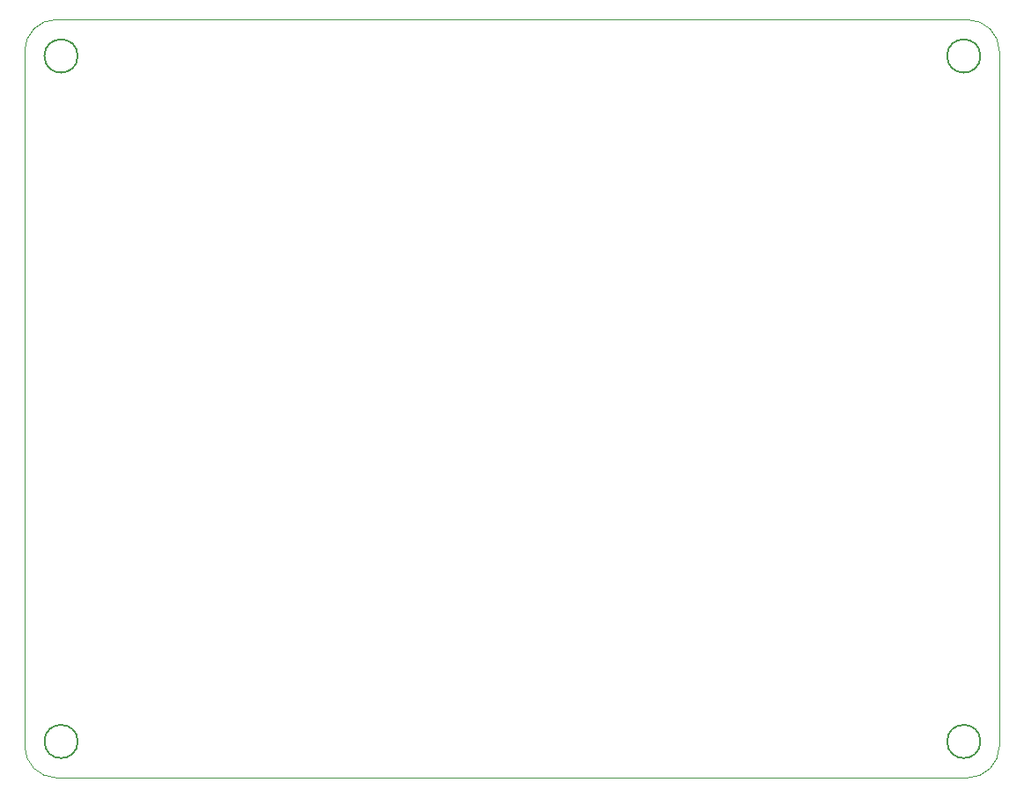
<source format=gm1>
G04 #@! TF.GenerationSoftware,KiCad,Pcbnew,(5.1.12)-1*
G04 #@! TF.CreationDate,2022-05-09T15:03:32+08:00*
G04 #@! TF.ProjectId,Printhead-Controller,5072696e-7468-4656-9164-2d436f6e7472,0.5*
G04 #@! TF.SameCoordinates,Original*
G04 #@! TF.FileFunction,Profile,NP*
%FSLAX46Y46*%
G04 Gerber Fmt 4.6, Leading zero omitted, Abs format (unit mm)*
G04 Created by KiCad (PCBNEW (5.1.12)-1) date 2022-05-09 15:03:32*
%MOMM*%
%LPD*%
G01*
G04 APERTURE LIST*
G04 #@! TA.AperFunction,Profile*
%ADD10C,0.050000*%
G04 #@! TD*
G04 #@! TA.AperFunction,Profile*
%ADD11C,0.200000*%
G04 #@! TD*
G04 APERTURE END LIST*
D10*
X105537000Y-127190500D02*
G75*
G02*
X102489001Y-124142499I1J3048000D01*
G01*
X196215001Y-124142501D02*
G75*
G02*
X193167000Y-127190500I-3048000J1D01*
G01*
X102489001Y-124142499D02*
X102481296Y-57258401D01*
X193167000Y-127190500D02*
X105537000Y-127190500D01*
X196214999Y-57277003D02*
X196215001Y-124142501D01*
X105529297Y-54210402D02*
X193167000Y-54229000D01*
D11*
X107581501Y-123698000D02*
G75*
G03*
X107581501Y-123698000I-1600000J0D01*
G01*
X107581500Y-57721500D02*
G75*
G03*
X107581500Y-57721500I-1600000J0D01*
G01*
X194386000Y-123698000D02*
G75*
G03*
X194386000Y-123698000I-1600000J0D01*
G01*
X194385999Y-57721500D02*
G75*
G03*
X194385999Y-57721500I-1600000J0D01*
G01*
D10*
X102481296Y-57258401D02*
G75*
G02*
X105529297Y-54210402I3048000J-1D01*
G01*
X193167000Y-54229000D02*
G75*
G02*
X196214999Y-57277003I-2J-3048001D01*
G01*
M02*

</source>
